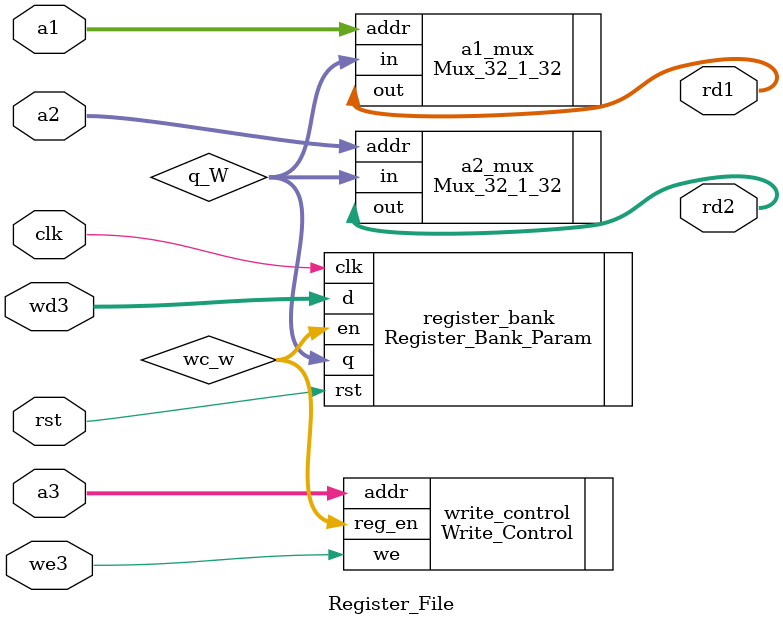
<source format=v>
`timescale 1ns / 1ps
module Register_File /*#(
	
	parameter ADDR_LENGTH	= 6,
	parameter DATA_LENGTH	= 8

) */(
	
	// Inputs
	input	[4:0] a1,
	input	[4:0] a2,
	input	[4:0] a3,
	input	[31:0] wd3,
	input we3,
	input clk,
	input rst,
	
	// Outputs
	output	[31:0] rd1,
	output	[31:0] rd2
	
);

// ====================================================
// = Parameters            
// ====================================================

// Wiring
wire [31:0] wc_w;

// Wiring
wire [1023:0]q_W;

// ====================================================
// = Register Bank            
// ====================================================
Register_Bank_Param #(
	.DATA_LENGTH	(32),
	.REGS_QTY		(32)
) register_bank(
	.d		(wd3),
	.en	(wc_w),
	.rst	(rst),
	.clk	(clk),
	.q		(q_W)
);


// ====================================================
// = Write control            
// ====================================================
Write_Control write_control (
	.we		(we3),
	.addr		(a3),
	.reg_en	(wc_w)
);

// ====================================================
// = Multiplexors            
// ====================================================
Mux_32_1_32 a1_mux (
	.in		(q_W),
	.addr		(a1),
	.out		(rd1)
);

Mux_32_1_32 a2_mux (
	.in		(q_W),
	.addr		(a2),
	.out		(rd2)
);



endmodule




















// Experimental stuff

//localparam REG_QTY 	= 2**ADDR_LENGTH;
//
//// Register array
////reg [DATA_LENGTH-1:0] reg_file[ADDR_COUNT-1:0];
//
//wire en = 1'b1;


//genvar i;
//
//generate
//	for(i=0 ; i<32 ; i=i+1) begin:register
//		
//		Register_Param #(.LENGTH (32)) r (.d(), .rst(rst), .clk(clk), .en(wc_w[i]));
//
//	end
//endgenerate

//// Port 1
//assign rd1 = reg_file[a1];
//
//// Port 2
//assign rd2 = reg_file[a2];
//
//// Port 3
//integer i;
//always @ (posedge clk, posedge rst) begin
//
//	if(rst) begin
//	
//		for (i=0;i<ADDR_COUNT;i=i+1) begin
//		
//			reg_file[a3] <= {DATA_LENGTH{1'b0}};
//		
//		end
//		
//	end
//	
//	else
//		
//		if(we3)
//			
//			reg_file[a3] <= wd3;
//	
//end
</source>
